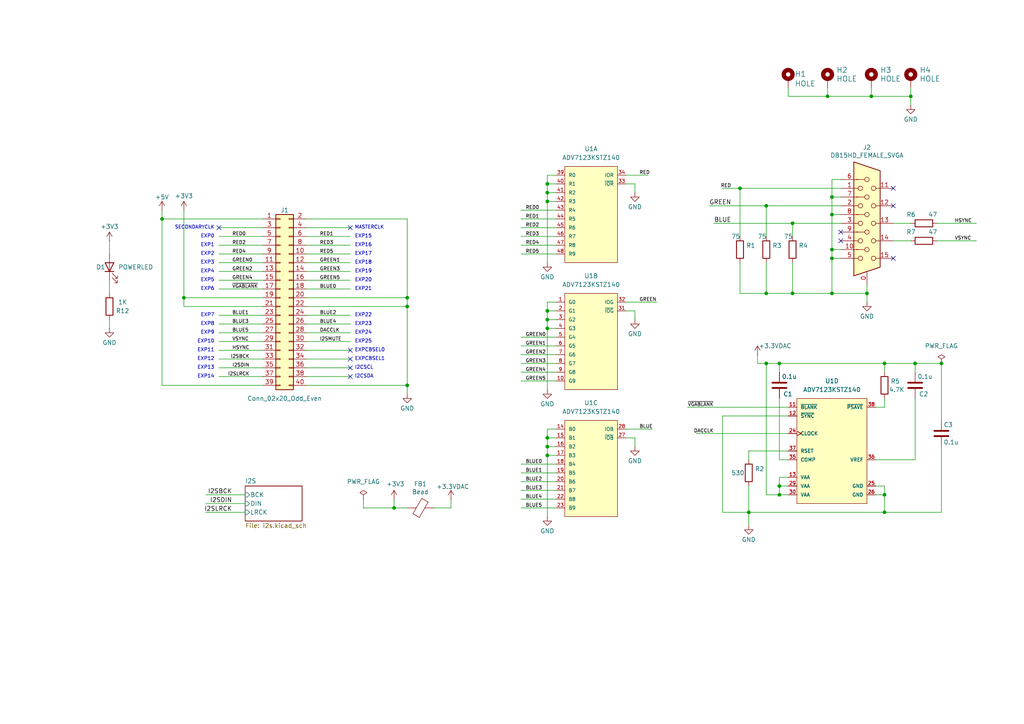
<source format=kicad_sch>
(kicad_sch (version 20250114) (generator "eeschema") (generator_version "9.0")
  (paper "A4")
  (lib_symbols
    (symbol "Aslak:ADV7123KSTZ140" (pin_names (offset 1.016))
      (property "Reference" "U" (at 0 5.08 0))
      (property "Value" "ADV7123KSTZ140" (at 0 7.62 0))
      (symbol "ADV7123KSTZ140_1_1"
        (rectangle (start 5.08 2.54) (end 20.32 -25.4) (fill (type background)))
        (pin input line (at 2.54 0 0) (length 2.54) (name "R0") (number "39"))
        (pin input line (at 2.54 -2.54 0) (length 2.54) (name "R1") (number "40"))
        (pin input line (at 2.54 -5.08 0) (length 2.54) (name "R2") (number "41"))
        (pin input line (at 2.54 -7.62 0) (length 2.54) (name "R3") (number "42"))
        (pin input line (at 2.54 -10.16 0) (length 2.54) (name "R4") (number "43"))
        (pin input line (at 2.54 -12.7 0) (length 2.54) (name "R5") (number "44"))
        (pin input line (at 2.54 -15.24 0) (length 2.54) (name "R6") (number "45"))
        (pin input line (at 2.54 -17.78 0) (length 2.54) (name "R7") (number "46"))
        (pin input line (at 2.54 -20.32 0) (length 2.54) (name "R8") (number "47"))
        (pin input line (at 2.54 -22.86 0) (length 2.54) (name "R9") (number "48"))
        (pin output line (at 22.86 0 180) (length 2.54) (name "IOR") (number "34"))
        (pin output line (at 22.86 -2.54 180) (length 2.54) (name "~{IOR}") (number "33"))
      )
      (symbol "ADV7123KSTZ140_2_1"
        (rectangle (start 5.08 2.54) (end 20.32 -25.4) (fill (type background)))
        (pin input line (at 2.54 0 0) (length 2.54) (name "G0") (number "1"))
        (pin input line (at 2.54 -2.54 0) (length 2.54) (name "G1") (number "2"))
        (pin input line (at 2.54 -5.08 0) (length 2.54) (name "G2") (number "3"))
        (pin input line (at 2.54 -7.62 0) (length 2.54) (name "G3") (number "4"))
        (pin input line (at 2.54 -10.16 0) (length 2.54) (name "G4") (number "5"))
        (pin input line (at 2.54 -12.7 0) (length 2.54) (name "G5") (number "6"))
        (pin input line (at 2.54 -15.24 0) (length 2.54) (name "G6") (number "7"))
        (pin input line (at 2.54 -17.78 0) (length 2.54) (name "G7") (number "8"))
        (pin input line (at 2.54 -20.32 0) (length 2.54) (name "G8") (number "9"))
        (pin input line (at 2.54 -22.86 0) (length 2.54) (name "G9") (number "10"))
        (pin output line (at 22.86 0 180) (length 2.54) (name "IOG") (number "32"))
        (pin output line (at 22.86 -2.54 180) (length 2.54) (name "~{IOG}") (number "31"))
      )
      (symbol "ADV7123KSTZ140_3_1"
        (rectangle (start 5.08 2.54) (end 20.32 -25.4) (fill (type background)))
        (pin input line (at 2.54 0 0) (length 2.54) (name "B0") (number "14"))
        (pin input line (at 2.54 -2.54 0) (length 2.54) (name "B1") (number "15"))
        (pin input line (at 2.54 -5.08 0) (length 2.54) (name "B2") (number "16"))
        (pin input line (at 2.54 -7.62 0) (length 2.54) (name "B3") (number "17"))
        (pin input line (at 2.54 -10.16 0) (length 2.54) (name "B4") (number "18"))
        (pin input line (at 2.54 -12.7 0) (length 2.54) (name "B5") (number "19"))
        (pin input line (at 2.54 -15.24 0) (length 2.54) (name "B6") (number "20"))
        (pin input line (at 2.54 -17.78 0) (length 2.54) (name "B7") (number "21"))
        (pin input line (at 2.54 -20.32 0) (length 2.54) (name "B8") (number "22"))
        (pin input line (at 2.54 -22.86 0) (length 2.54) (name "B9") (number "23"))
        (pin output line (at 22.86 0 180) (length 2.54) (name "IOB") (number "28"))
        (pin output line (at 22.86 -2.54 180) (length 2.54) (name "~{IOB}") (number "27"))
      )
      (symbol "ADV7123KSTZ140_4_1"
        (rectangle (start 5.08 2.54) (end 25.4 -27.94) (fill (type background)))
        (pin input line (at 2.54 0 0) (length 2.54) (name "~{BLANK}") (number "11"))
        (pin input line (at 2.54 -2.54 0) (length 2.54) (name "~{SYNC}") (number "12"))
        (pin input clock (at 2.54 -7.62 0) (length 2.54) (name "CLOCK") (number "24"))
        (pin input line (at 2.54 -12.7 0) (length 2.54) (name "RSET") (number "37"))
        (pin passive line (at 2.54 -15.24 0) (length 2.54) (name "COMP") (number "35"))
        (pin power_in line (at 2.54 -20.32 0) (length 2.54) (name "VAA") (number "13"))
        (pin power_in line (at 2.54 -22.86 0) (length 2.54) (name "VAA") (number "29"))
        (pin power_in line (at 2.54 -25.4 0) (length 2.54) (name "VAA") (number "30"))
        (pin input line (at 27.94 0 180) (length 2.54) (name "~{PSAVE}") (number "38"))
        (pin bidirectional line (at 27.94 -15.24 180) (length 2.54) (name "VREF") (number "36"))
        (pin power_in line (at 27.94 -22.86 180) (length 2.54) (name "GND") (number "25"))
        (pin power_in line (at 27.94 -25.4 180) (length 2.54) (name "GND") (number "26"))
      )
    )
    (symbol "Connector:DE15_Receptacle_HighDensity_MountingHoles" (pin_names (offset 1.016) (hide yes))
      (property "Reference" "J" (at 0 21.59 0))
      (property "Value" "DE15_Receptacle_HighDensity_MountingHoles" (at 0 19.05 0))
      (symbol "DE15_Receptacle_HighDensity_MountingHoles_0_1"
        (polyline (pts (xy -3.81 17.78) (xy -3.81 -15.24) (xy 3.81 -12.7) (xy 3.81 15.24) (xy -3.81 17.78)) (stroke (width 0.254)) (fill (type background)))
        (polyline (pts (xy -3.175 7.62) (xy -0.635 7.62)))
        (circle (center -1.905 10.16) (radius 0.635))
        (circle (center -1.905 5.08) (radius 0.635))
        (circle (center -1.905 0) (radius 0.635))
        (circle (center -1.905 -5.08) (radius 0.635))
        (circle (center -1.905 -10.16) (radius 0.635))
        (polyline (pts (xy -0.635 12.7) (xy -3.175 12.7)))
        (polyline (pts (xy -0.635 2.54) (xy -3.175 2.54)))
        (polyline (pts (xy -0.635 -2.54) (xy -3.175 -2.54)))
        (polyline (pts (xy -0.635 -7.62) (xy -3.175 -7.62)))
        (circle (center 0 12.7) (radius 0.635))
        (circle (center 0 7.62) (radius 0.635))
        (circle (center 0 2.54) (radius 0.635))
        (circle (center 0 -2.54) (radius 0.635))
        (circle (center 0 -7.62) (radius 0.635))
        (circle (center 1.905 10.16) (radius 0.635))
        (circle (center 1.905 5.08) (radius 0.635))
        (circle (center 1.905 0) (radius 0.635))
        (circle (center 1.905 -5.08) (radius 0.635))
        (circle (center 1.905 -10.16) (radius 0.635))
      )
      (symbol "DE15_Receptacle_HighDensity_MountingHoles_1_1"
        (pin passive line (at -7.62 12.7 0) (length 5.08) (name "~") (number "6"))
        (pin passive line (at -7.62 10.16 0) (length 5.08) (name "~") (number "1"))
        (pin passive line (at -7.62 7.62 0) (length 5.08) (name "~") (number "7"))
        (pin passive line (at -7.62 5.08 0) (length 5.08) (name "~") (number "2"))
        (pin passive line (at -7.62 2.54 0) (length 5.08) (name "~") (number "8"))
        (pin passive line (at -7.62 0 0) (length 5.08) (name "~") (number "3"))
        (pin passive line (at -7.62 -2.54 0) (length 5.08) (name "~") (number "9"))
        (pin passive line (at -7.62 -5.08 0) (length 5.08) (name "~") (number "4"))
        (pin passive line (at -7.62 -7.62 0) (length 5.08) (name "~") (number "10"))
        (pin passive line (at -7.62 -10.16 0) (length 5.08) (name "~") (number "5"))
        (pin passive line (at 0 -17.78 90) (length 3.81) (name "~") (number "0"))
        (pin passive line (at 7.62 10.16 180) (length 5.08) (name "~") (number "11"))
        (pin passive line (at 7.62 5.08 180) (length 5.08) (name "~") (number "12"))
        (pin passive line (at 7.62 0 180) (length 5.08) (name "~") (number "13"))
        (pin passive line (at 7.62 -5.08 180) (length 5.08) (name "~") (number "14"))
        (pin passive line (at 7.62 -10.16 180) (length 5.08) (name "~") (number "15"))
      )
    )
    (symbol "Connector_Generic:Conn_02x20_Odd_Even" (pin_names (offset 1.016) (hide yes))
      (property "Reference" "J" (at 1.27 25.4 0))
      (property "Value" "Conn_02x20_Odd_Even" (at 1.27 -27.94 0))
      (symbol "Conn_02x20_Odd_Even_1_1"
        (rectangle (start -1.27 24.13) (end 3.81 -26.67) (stroke (width 0.254)) (fill (type background)))
        (rectangle (start -1.27 22.987) (end 0 22.733) (stroke (width 0.1524)))
        (rectangle (start -1.27 20.447) (end 0 20.193) (stroke (width 0.1524)))
        (rectangle (start -1.27 17.907) (end 0 17.653) (stroke (width 0.1524)))
        (rectangle (start -1.27 15.367) (end 0 15.113) (stroke (width 0.1524)))
        (rectangle (start -1.27 12.827) (end 0 12.573) (stroke (width 0.1524)))
        (rectangle (start -1.27 10.287) (end 0 10.033) (stroke (width 0.1524)))
        (rectangle (start -1.27 7.747) (end 0 7.493) (stroke (width 0.1524)))
        (rectangle (start -1.27 5.207) (end 0 4.953) (stroke (width 0.1524)))
        (rectangle (start -1.27 2.667) (end 0 2.413) (stroke (width 0.1524)))
        (rectangle (start -1.27 0.127) (end 0 -0.127) (stroke (width 0.1524)))
        (rectangle (start -1.27 -2.413) (end 0 -2.667) (stroke (width 0.1524)))
        (rectangle (start -1.27 -4.953) (end 0 -5.207) (stroke (width 0.1524)))
        (rectangle (start -1.27 -7.493) (end 0 -7.747) (stroke (width 0.1524)))
        (rectangle (start -1.27 -10.033) (end 0 -10.287) (stroke (width 0.1524)))
        (rectangle (start -1.27 -12.573) (end 0 -12.827) (stroke (width 0.1524)))
        (rectangle (start -1.27 -15.113) (end 0 -15.367) (stroke (width 0.1524)))
        (rectangle (start -1.27 -17.653) (end 0 -17.907) (stroke (width 0.1524)))
        (rectangle (start -1.27 -20.193) (end 0 -20.447) (stroke (width 0.1524)))
        (rectangle (start -1.27 -22.733) (end 0 -22.987) (stroke (width 0.1524)))
        (rectangle (start -1.27 -25.273) (end 0 -25.527) (stroke (width 0.1524)))
        (rectangle (start 3.81 22.987) (end 2.54 22.733) (stroke (width 0.1524)))
        (rectangle (start 3.81 20.447) (end 2.54 20.193) (stroke (width 0.1524)))
        (rectangle (start 3.81 17.907) (end 2.54 17.653) (stroke (width 0.1524)))
        (rectangle (start 3.81 15.367) (end 2.54 15.113) (stroke (width 0.1524)))
        (rectangle (start 3.81 12.827) (end 2.54 12.573) (stroke (width 0.1524)))
        (rectangle (start 3.81 10.287) (end 2.54 10.033) (stroke (width 0.1524)))
        (rectangle (start 3.81 7.747) (end 2.54 7.493) (stroke (width 0.1524)))
        (rectangle (start 3.81 5.207) (end 2.54 4.953) (stroke (width 0.1524)))
        (rectangle (start 3.81 2.667) (end 2.54 2.413) (stroke (width 0.1524)))
        (rectangle (start 3.81 0.127) (end 2.54 -0.127) (stroke (width 0.1524)))
        (rectangle (start 3.81 -2.413) (end 2.54 -2.667) (stroke (width 0.1524)))
        (rectangle (start 3.81 -4.953) (end 2.54 -5.207) (stroke (width 0.1524)))
        (rectangle (start 3.81 -7.493) (end 2.54 -7.747) (stroke (width 0.1524)))
        (rectangle (start 3.81 -10.033) (end 2.54 -10.287) (stroke (width 0.1524)))
        (rectangle (start 3.81 -12.573) (end 2.54 -12.827) (stroke (width 0.1524)))
        (rectangle (start 3.81 -15.113) (end 2.54 -15.367) (stroke (width 0.1524)))
        (rectangle (start 3.81 -17.653) (end 2.54 -17.907) (stroke (width 0.1524)))
        (rectangle (start 3.81 -20.193) (end 2.54 -20.447) (stroke (width 0.1524)))
        (rectangle (start 3.81 -22.733) (end 2.54 -22.987) (stroke (width 0.1524)))
        (rectangle (start 3.81 -25.273) (end 2.54 -25.527) (stroke (width 0.1524)))
        (pin passive line (at -5.08 22.86 0) (length 3.81) (name "Pin_1") (number "1"))
        (pin passive line (at -5.08 20.32 0) (length 3.81) (name "Pin_3") (number "3"))
        (pin passive line (at -5.08 17.78 0) (length 3.81) (name "Pin_5") (number "5"))
        (pin passive line (at -5.08 15.24 0) (length 3.81) (name "Pin_7") (number "7"))
        (pin passive line (at -5.08 12.7 0) (length 3.81) (name "Pin_9") (number "9"))
        (pin passive line (at -5.08 10.16 0) (length 3.81) (name "Pin_11") (number "11"))
        (pin passive line (at -5.08 7.62 0) (length 3.81) (name "Pin_13") (number "13"))
        (pin passive line (at -5.08 5.08 0) (length 3.81) (name "Pin_15") (number "15"))
        (pin passive line (at -5.08 2.54 0) (length 3.81) (name "Pin_17") (number "17"))
        (pin passive line (at -5.08 0 0) (length 3.81) (name "Pin_19") (number "19"))
        (pin passive line (at -5.08 -2.54 0) (length 3.81) (name "Pin_21") (number "21"))
        (pin passive line (at -5.08 -5.08 0) (length 3.81) (name "Pin_23") (number "23"))
        (pin passive line (at -5.08 -7.62 0) (length 3.81) (name "Pin_25") (number "25"))
        (pin passive line (at -5.08 -10.16 0) (length 3.81) (name "Pin_27") (number "27"))
        (pin passive line (at -5.08 -12.7 0) (length 3.81) (name "Pin_29") (number "29"))
        (pin passive line (at -5.08 -15.24 0) (length 3.81) (name "Pin_31") (number "31"))
        (pin passive line (at -5.08 -17.78 0) (length 3.81) (name "Pin_33") (number "33"))
        (pin passive line (at -5.08 -20.32 0) (length 3.81) (name "Pin_35") (number "35"))
        (pin passive line (at -5.08 -22.86 0) (length 3.81) (name "Pin_37") (number "37"))
        (pin passive line (at -5.08 -25.4 0) (length 3.81) (name "Pin_39") (number "39"))
        (pin passive line (at 7.62 22.86 180) (length 3.81) (name "Pin_2") (number "2"))
        (pin passive line (at 7.62 20.32 180) (length 3.81) (name "Pin_4") (number "4"))
        (pin passive line (at 7.62 17.78 180) (length 3.81) (name "Pin_6") (number "6"))
        (pin passive line (at 7.62 15.24 180) (length 3.81) (name "Pin_8") (number "8"))
        (pin passive line (at 7.62 12.7 180) (length 3.81) (name "Pin_10") (number "10"))
        (pin passive line (at 7.62 10.16 180) (length 3.81) (name "Pin_12") (number "12"))
        (pin passive line (at 7.62 7.62 180) (length 3.81) (name "Pin_14") (number "14"))
        (pin passive line (at 7.62 5.08 180) (length 3.81) (name "Pin_16") (number "16"))
        (pin passive line (at 7.62 2.54 180) (length 3.81) (name "Pin_18") (number "18"))
        (pin passive line (at 7.62 0 180) (length 3.81) (name "Pin_20") (number "20"))
        (pin passive line (at 7.62 -2.54 180) (length 3.81) (name "Pin_22") (number "22"))
        (pin passive line (at 7.62 -5.08 180) (length 3.81) (name "Pin_24") (number "24"))
        (pin passive line (at 7.62 -7.62 180) (length 3.81) (name "Pin_26") (number "26"))
        (pin passive line (at 7.62 -10.16 180) (length 3.81) (name "Pin_28") (number "28"))
        (pin passive line (at 7.62 -12.7 180) (length 3.81) (name "Pin_30") (number "30"))
        (pin passive line (at 7.62 -15.24 180) (length 3.81) (name "Pin_32") (number "32"))
        (pin passive line (at 7.62 -17.78 180) (length 3.81) (name "Pin_34") (number "34"))
        (pin passive line (at 7.62 -20.32 180) (length 3.81) (name "Pin_36") (number "36"))
        (pin passive line (at 7.62 -22.86 180) (length 3.81) (name "Pin_38") (number "38"))
        (pin passive line (at 7.62 -25.4 180) (length 3.81) (name "Pin_40") (number "40"))
      )
    )
    (symbol "Device:C" (pin_numbers (hide yes)) (pin_names (offset 0.254))
      (property "Reference" "C" (at 0.635 2.54 0))
      (property "Value" "C" (at 0.635 -2.54 0))
      (symbol "C_0_1"
        (polyline (pts (xy -2.032 0.762) (xy 2.032 0.762)) (stroke (width 0.508)))
        (polyline (pts (xy -2.032 -0.762) (xy 2.032 -0.762)) (stroke (width 0.508)))
      )
      (symbol "C_1_1"
        (pin passive line (at 0 3.81 270) (length 2.794) (name "~") (number "1"))
        (pin passive line (at 0 -3.81 90) (length 2.794) (name "~") (number "2"))
      )
    )
    (symbol "Device:FerriteBead" (pin_numbers (hide yes)) (pin_names (offset 0))
      (property "Reference" "FB" (at -3.81 0.635 90))
      (property "Value" "FerriteBead" (at 3.81 0 90))
      (symbol "FerriteBead_0_1"
        (polyline (pts (xy -2.7686 0.4064) (xy -1.7018 2.2606) (xy 2.7686 -0.3048) (xy 1.6764 -2.159) (xy -2.7686 0.4064)))
        (polyline (pts (xy 0 1.27) (xy 0 1.2954)))
        (polyline (pts (xy 0 -1.27) (xy 0 -1.2192)))
      )
      (symbol "FerriteBead_1_1"
        (pin passive line (at 0 3.81 270) (length 2.54) (name "~") (number "1"))
        (pin passive line (at 0 -3.81 90) (length 2.54) (name "~") (number "2"))
      )
    )
    (symbol "Device:LED" (pin_numbers (hide yes)) (pin_names (offset 1.016) (hide yes))
      (property "Reference" "D" (at 0 2.54 0))
      (property "Value" "LED" (at 0 -2.54 0))
      (symbol "LED_0_1"
        (polyline (pts (xy -3.048 -0.762) (xy -4.572 -2.286) (xy -3.81 -2.286) (xy -4.572 -2.286) (xy -4.572 -1.524)))
        (polyline (pts (xy -1.778 -0.762) (xy -3.302 -2.286) (xy -2.54 -2.286) (xy -3.302 -2.286) (xy -3.302 -1.524)))
        (polyline (pts (xy -1.27 0) (xy 1.27 0)))
        (polyline (pts (xy -1.27 -1.27) (xy -1.27 1.27)) (stroke (width 0.254)))
        (polyline (pts (xy 1.27 -1.27) (xy 1.27 1.27) (xy -1.27 0) (xy 1.27 -1.27)) (stroke (width 0.254)))
      )
      (symbol "LED_1_1"
        (pin passive line (at -3.81 0 0) (length 2.54) (name "K") (number "1"))
        (pin passive line (at 3.81 0 180) (length 2.54) (name "A") (number "2"))
      )
    )
    (symbol "Device:R" (pin_numbers (hide yes)) (pin_names (offset 0))
      (property "Reference" "R" (at 2.032 0 90))
      (property "Value" "R" (at 0 0 90))
      (symbol "R_0_1"
        (rectangle (start -1.016 -2.54) (end 1.016 2.54) (stroke (width 0.254)))
      )
      (symbol "R_1_1"
        (pin passive line (at 0 3.81 270) (length 1.27) (name "~") (number "1"))
        (pin passive line (at 0 -3.81 90) (length 1.27) (name "~") (number "2"))
      )
    )
    (symbol "Mechanical:MountingHole_Pad" (pin_numbers (hide yes)) (pin_names (offset 1.016) (hide yes)) (exclude_from_sim yes) (in_bom no)
      (property "Reference" "H" (at 0 6.35 0))
      (property "Value" "MountingHole_Pad" (at 0 4.445 0))
      (symbol "MountingHole_Pad_0_1"
        (circle (center 0 1.27) (radius 1.27) (stroke (width 1.27)))
      )
      (symbol "MountingHole_Pad_1_1"
        (pin input line (at 0 -2.54 90) (length 2.54) (name "1") (number "1"))
      )
    )
    (symbol "power:+3.3VDAC" (power) (pin_numbers (hide yes)) (pin_names (offset 0) (hide yes))
      (property "Value" "+3.3VDAC" (at 0 3.556 0))
      (symbol "+3.3VDAC_0_0"
        (pin power_in line (at 0 0 90) (length 0) (name "~") (number "1"))
      )
      (symbol "+3.3VDAC_0_1"
        (polyline (pts (xy -0.762 1.27) (xy 0 2.54)))
        (polyline (pts (xy 0 2.54) (xy 0.762 1.27)))
        (polyline (pts (xy 0 0) (xy 0 2.54)))
      )
    )
    (symbol "power:+3V3" (power) (pin_numbers (hide yes)) (pin_names (offset 0) (hide yes))
      (property "Value" "+3V3" (at 0 3.556 0))
      (symbol "+3V3_0_1"
        (polyline (pts (xy -0.762 1.27) (xy 0 2.54)))
        (polyline (pts (xy 0 2.54) (xy 0.762 1.27)))
        (polyline (pts (xy 0 0) (xy 0 2.54)))
      )
      (symbol "+3V3_1_1"
        (pin power_in line (at 0 0 90) (length 0) (name "~") (number "1"))
      )
    )
    (symbol "power:+5V" (power) (pin_numbers (hide yes)) (pin_names (offset 0) (hide yes))
      (property "Value" "+5V" (at 0 3.556 0))
      (symbol "+5V_0_1"
        (polyline (pts (xy -0.762 1.27) (xy 0 2.54)))
        (polyline (pts (xy 0 2.54) (xy 0.762 1.27)))
        (polyline (pts (xy 0 0) (xy 0 2.54)))
      )
      (symbol "+5V_1_1"
        (pin power_in line (at 0 0 90) (length 0) (name "~") (number "1"))
      )
    )
    (symbol "power:GND" (power) (pin_numbers (hide yes)) (pin_names (offset 0) (hide yes))
      (property "Value" "GND" (at 0 -3.81 0))
      (symbol "GND_0_1"
        (polyline (pts (xy 0 0) (xy 0 -1.27) (xy 1.27 -1.27) (xy 0 -2.54) (xy -1.27 -1.27) (xy 0 -1.27)))
      )
      (symbol "GND_1_1"
        (pin power_in line (at 0 0 270) (length 0) (name "~") (number "1"))
      )
    )
    (symbol "power:PWR_FLAG" (power) (pin_numbers (hide yes)) (pin_names (offset 0) (hide yes))
      (property "Value" "PWR_FLAG" (at 0 3.81 0))
      (symbol "PWR_FLAG_0_0"
        (pin power_out line (at 0 0 90) (length 0) (name "~") (number "1"))
      )
      (symbol "PWR_FLAG_0_1"
        (polyline (pts (xy 0 0) (xy 0 1.27) (xy -1.016 1.905) (xy 0 2.54) (xy 1.016 1.905) (xy 0 1.27)))
      )
    )
  )
  (text "EXP13" (at 62.23 106.68 0) (effects (font (size 1.016 1.016)) (justify right)))
  (text "EXP8" (at 62.23 93.98 0) (effects (font (size 1.016 1.016)) (justify right)))
  (text "EXP24" (at 102.87 96.52 0) (effects (font (size 1.016 1.016)) (justify left)))
  (text "EXP16" (at 102.87 71.12 0) (effects (font (size 1.016 1.016)) (justify left)))
  (text "EXP4" (at 62.23 78.74 0) (effects (font (size 1.016 1.016)) (justify right)))
  (text "EXP3" (at 62.23 76.2 0) (effects (font (size 1.016 1.016)) (justify right)))
  (text "EXP14" (at 62.23 109.22 0) (effects (font (size 1.016 1.016)) (justify right)))
  (text "EXP20" (at 102.87 81.28 0) (effects (font (size 1.016 1.016)) (justify left)))
  (text "EXP23" (at 102.87 93.98 0) (effects (font (size 1.016 1.016)) (justify left)))
  (text "EXP22" (at 102.87 91.44 0) (effects (font (size 1.016 1.016)) (justify left)))
  (text "EXP5" (at 62.23 81.28 0) (effects (font (size 1.016 1.016)) (justify right)))
  (text "EXP1" (at 62.23 71.12 0) (effects (font (size 1.016 1.016)) (justify right)))
  (text "I2CSDA" (at 102.87 109.22 0) (effects (font (size 1.016 1.016)) (justify left)))
  (text "EXP6" (at 62.23 83.82 0) (effects (font (size 1.016 1.016)) (justify right)))
  (text "EXP2" (at 62.23 73.66 0) (effects (font (size 1.016 1.016)) (justify right)))
  (text "EXP0" (at 62.23 68.58 0) (effects (font (size 1.016 1.016)) (justify right)))
  (text "SECONDARYCLK" (at 62.23 66.04 0) (effects (font (size 0.9906 0.9906)) (justify right)))
  (text "EXP25" (at 102.87 99.06 0) (effects (font (size 1.016 1.016)) (justify left)))
  (text "MASTERCLK" (at 102.87 66.04 0) (effects (font (size 0.9906 0.9906)) (justify left)))
  (text "EXP11" (at 62.23 101.6 0) (effects (font (size 1.016 1.016)) (justify right)))
  (text "EXP9" (at 62.23 96.52 0) (effects (font (size 1.016 1.016)) (justify right)))
  (text "EXP10" (at 62.23 99.06 0) (effects (font (size 1.016 1.016)) (justify right)))
  (text "EXPCBSEL0" (at 102.87 101.6 0) (effects (font (size 1.016 1.016)) (justify left)))
  (text "EXP15" (at 102.87 68.58 0) (effects (font (size 1.016 1.016)) (justify left)))
  (text "EXP17" (at 102.87 73.66 0) (effects (font (size 1.016 1.016)) (justify left)))
  (text "EXP19" (at 102.87 78.74 0) (effects (font (size 1.016 1.016)) (justify left)))
  (text "EXPCBSEL1" (at 102.87 104.14 0) (effects (font (size 1.016 1.016)) (justify left)))
  (text "EXP7" (at 62.23 91.44 0) (effects (font (size 1.016 1.016)) (justify right)))
  (text "I2CSCL" (at 102.87 106.68 0) (effects (font (size 1.016 1.016)) (justify left)))
  (text "EXP12" (at 62.23 104.14 0) (effects (font (size 1.016 1.016)) (justify right)))
  (text "EXP18" (at 102.87 76.2 0) (effects (font (size 1.016 1.016)) (justify left)))
  (text "EXP21" (at 102.87 83.82 0) (effects (font (size 1.016 1.016)) (justify left)))
  (junction (at 229.87 85.09))
  (junction (at 226.06 105.41))
  (junction (at 158.75 90.17))
  (junction (at 241.3 62.23))
  (junction (at 252.73 27.94))
  (junction (at 114.3 147.32))
  (junction (at 158.75 95.25))
  (junction (at 158.75 132.08))
  (junction (at 222.25 105.41))
  (junction (at 46.99 63.5))
  (junction (at 158.75 127))
  (junction (at 222.25 59.69))
  (junction (at 118.11 86.36))
  (junction (at 265.43 105.41))
  (junction (at 214.63 54.61))
  (junction (at 226.06 143.51))
  (junction (at 256.54 148.59))
  (junction (at 158.75 129.54))
  (junction (at 241.3 74.93))
  (junction (at 222.25 85.09))
  (junction (at 217.17 148.59))
  (junction (at 241.3 57.15))
  (junction (at 229.87 64.77))
  (junction (at 256.54 105.41))
  (junction (at 251.46 85.09))
  (junction (at 158.75 53.34))
  (junction (at 241.3 85.09))
  (junction (at 53.34 86.36))
  (junction (at 158.75 58.42))
  (junction (at 226.06 140.97))
  (junction (at 158.75 92.71))
  (junction (at 273.05 105.41))
  (junction (at 240.03 27.94))
  (junction (at 241.3 72.39))
  (junction (at 118.11 111.76))
  (junction (at 118.11 88.9))
  (junction (at 158.75 55.88))
  (junction (at 256.54 143.51))
  (junction (at 264.16 27.94))
  (no_connect (at 101.6 66.04))
  (no_connect (at 259.08 54.61))
  (no_connect (at 259.08 74.93))
  (no_connect (at 101.6 104.14))
  (no_connect (at 101.6 101.6))
  (no_connect (at 243.84 69.85))
  (no_connect (at 101.6 106.68))
  (no_connect (at 259.08 59.69))
  (no_connect (at 101.6 109.22))
  (no_connect (at 63.5 66.04))
  (no_connect (at 243.84 67.31))
  (wire (pts (xy 76.2 111.76) (xy 46.99 111.76)))
  (wire (pts (xy 118.11 114.3) (xy 118.11 111.76)))
  (wire (pts (xy 88.9 78.74) (xy 101.6 78.74)))
  (wire (pts (xy 88.9 99.06) (xy 101.6 99.06)))
  (wire (pts (xy 161.29 124.46) (xy 158.75 124.46)))
  (wire (pts (xy 264.16 25.4) (xy 264.16 27.94)))
  (wire (pts (xy 63.5 101.6) (xy 76.2 101.6)))
  (wire (pts (xy 256.54 143.51) (xy 256.54 140.97)))
  (wire (pts (xy 161.29 110.49) (xy 151.13 110.49)))
  (wire (pts (xy 63.5 71.12) (xy 76.2 71.12)))
  (wire (pts (xy 161.29 144.78) (xy 151.13 144.78)))
  (wire (pts (xy 63.5 96.52) (xy 76.2 96.52)))
  (wire (pts (xy 252.73 25.4) (xy 252.73 27.94)))
  (wire (pts (xy 259.08 64.77) (xy 264.16 64.77)))
  (wire (pts (xy 209.55 148.59) (xy 209.55 120.65)))
  (wire (pts (xy 161.29 105.41) (xy 151.13 105.41)))
  (wire (pts (xy 214.63 54.61) (xy 214.63 68.58)))
  (wire (pts (xy 226.06 138.43) (xy 226.06 140.97)))
  (wire (pts (xy 158.75 90.17) (xy 158.75 92.71)))
  (wire (pts (xy 118.11 86.36) (xy 118.11 63.5)))
  (wire (pts (xy 229.87 64.77) (xy 243.84 64.77)))
  (wire (pts (xy 226.06 140.97) (xy 226.06 143.51)))
  (wire (pts (xy 114.3 147.32) (xy 114.3 144.78)))
  (wire (pts (xy 243.84 57.15) (xy 241.3 57.15)))
  (wire (pts (xy 158.75 129.54) (xy 161.29 129.54)))
  (wire (pts (xy 53.34 60.96) (xy 53.34 86.36)))
  (wire (pts (xy 226.06 105.41) (xy 222.25 105.41)))
  (wire (pts (xy 254 143.51) (xy 256.54 143.51)))
  (wire (pts (xy 217.17 140.97) (xy 217.17 148.59)))
  (wire (pts (xy 222.25 76.2) (xy 222.25 85.09)))
  (wire (pts (xy 63.5 109.22) (xy 76.2 109.22)))
  (wire (pts (xy 256.54 105.41) (xy 265.43 105.41)))
  (wire (pts (xy 265.43 105.41) (xy 265.43 107.95)))
  (wire (pts (xy 259.08 69.85) (xy 264.16 69.85)))
  (wire (pts (xy 241.3 72.39) (xy 241.3 62.23)))
  (wire (pts (xy 158.75 53.34) (xy 158.75 55.88)))
  (wire (pts (xy 243.84 62.23) (xy 241.3 62.23)))
  (wire (pts (xy 158.75 50.8) (xy 158.75 53.34)))
  (wire (pts (xy 161.29 147.32) (xy 151.13 147.32)))
  (wire (pts (xy 59.69 148.59) (xy 71.12 148.59)))
  (wire (pts (xy 161.29 53.34) (xy 158.75 53.34)))
  (wire (pts (xy 161.29 66.04) (xy 151.13 66.04)))
  (wire (pts (xy 222.25 105.41) (xy 219.71 105.41)))
  (wire (pts (xy 31.75 81.28) (xy 31.75 85.09)))
  (wire (pts (xy 158.75 95.25) (xy 161.29 95.25)))
  (wire (pts (xy 217.17 148.59) (xy 256.54 148.59)))
  (wire (pts (xy 46.99 60.96) (xy 46.99 63.5)))
  (wire (pts (xy 226.06 143.51) (xy 222.25 143.51)))
  (wire (pts (xy 53.34 86.36) (xy 76.2 86.36)))
  (wire (pts (xy 63.5 76.2) (xy 76.2 76.2)))
  (wire (pts (xy 271.78 64.77) (xy 283.21 64.77)))
  (wire (pts (xy 88.9 88.9) (xy 118.11 88.9)))
  (wire (pts (xy 229.87 85.09) (xy 222.25 85.09)))
  (wire (pts (xy 158.75 132.08) (xy 161.29 132.08)))
  (wire (pts (xy 158.75 92.71) (xy 158.75 95.25)))
  (wire (pts (xy 181.61 127) (xy 184.15 127)))
  (wire (pts (xy 158.75 87.63) (xy 158.75 90.17)))
  (wire (pts (xy 63.5 73.66) (xy 76.2 73.66)))
  (wire (pts (xy 273.05 105.41) (xy 265.43 105.41)))
  (wire (pts (xy 158.75 92.71) (xy 161.29 92.71)))
  (wire (pts (xy 205.74 59.69) (xy 222.25 59.69)))
  (wire (pts (xy 88.9 96.52) (xy 101.6 96.52)))
  (wire (pts (xy 161.29 107.95) (xy 151.13 107.95)))
  (wire (pts (xy 161.29 134.62) (xy 151.13 134.62)))
  (wire (pts (xy 273.05 148.59) (xy 273.05 129.54)))
  (wire (pts (xy 63.5 68.58) (xy 76.2 68.58)))
  (wire (pts (xy 240.03 25.4) (xy 240.03 27.94)))
  (wire (pts (xy 158.75 55.88) (xy 161.29 55.88)))
  (wire (pts (xy 254 133.35) (xy 265.43 133.35)))
  (wire (pts (xy 88.9 73.66) (xy 101.6 73.66)))
  (wire (pts (xy 161.29 127) (xy 158.75 127)))
  (wire (pts (xy 229.87 68.58) (xy 229.87 64.77)))
  (wire (pts (xy 118.11 88.9) (xy 118.11 86.36)))
  (wire (pts (xy 88.9 109.22) (xy 101.6 109.22)))
  (wire (pts (xy 228.6 130.81) (xy 217.17 130.81)))
  (wire (pts (xy 158.75 132.08) (xy 158.75 149.86)))
  (wire (pts (xy 209.55 120.65) (xy 228.6 120.65)))
  (wire (pts (xy 161.29 102.87) (xy 151.13 102.87)))
  (wire (pts (xy 222.25 85.09) (xy 214.63 85.09)))
  (wire (pts (xy 161.29 73.66) (xy 151.13 73.66)))
  (wire (pts (xy 240.03 27.94) (xy 252.73 27.94)))
  (wire (pts (xy 217.17 148.59) (xy 217.17 152.4)))
  (wire (pts (xy 88.9 76.2) (xy 101.6 76.2)))
  (wire (pts (xy 161.29 97.79) (xy 151.13 97.79)))
  (wire (pts (xy 161.29 60.96) (xy 151.13 60.96)))
  (wire (pts (xy 219.71 102.87) (xy 219.71 105.41)))
  (wire (pts (xy 184.15 53.34) (xy 184.15 55.88)))
  (wire (pts (xy 125.73 147.32) (xy 130.81 147.32)))
  (wire (pts (xy 161.29 142.24) (xy 151.13 142.24)))
  (wire (pts (xy 241.3 85.09) (xy 241.3 74.93)))
  (wire (pts (xy 158.75 90.17) (xy 161.29 90.17)))
  (wire (pts (xy 229.87 76.2) (xy 229.87 85.09)))
  (wire (pts (xy 158.75 124.46) (xy 158.75 127)))
  (wire (pts (xy 88.9 106.68) (xy 101.6 106.68)))
  (wire (pts (xy 88.9 93.98) (xy 101.6 93.98)))
  (wire (pts (xy 161.29 87.63) (xy 158.75 87.63)))
  (wire (pts (xy 226.06 107.95) (xy 226.06 105.41)))
  (wire (pts (xy 228.6 133.35) (xy 226.06 133.35)))
  (wire (pts (xy 228.6 25.4) (xy 228.6 27.94)))
  (wire (pts (xy 241.3 74.93) (xy 243.84 74.93)))
  (wire (pts (xy 226.06 140.97) (xy 228.6 140.97)))
  (wire (pts (xy 31.75 92.71) (xy 31.75 95.25)))
  (wire (pts (xy 88.9 83.82) (xy 101.6 83.82)))
  (wire (pts (xy 63.5 99.06) (xy 76.2 99.06)))
  (wire (pts (xy 158.75 55.88) (xy 158.75 58.42)))
  (wire (pts (xy 59.69 143.51) (xy 71.12 143.51)))
  (wire (pts (xy 88.9 71.12) (xy 101.6 71.12)))
  (wire (pts (xy 88.9 101.6) (xy 101.6 101.6)))
  (wire (pts (xy 63.5 93.98) (xy 76.2 93.98)))
  (wire (pts (xy 256.54 148.59) (xy 256.54 143.51)))
  (wire (pts (xy 228.6 27.94) (xy 240.03 27.94)))
  (wire (pts (xy 256.54 107.95) (xy 256.54 105.41)))
  (wire (pts (xy 105.41 144.78) (xy 105.41 147.32)))
  (wire (pts (xy 161.29 50.8) (xy 158.75 50.8)))
  (wire (pts (xy 158.75 129.54) (xy 158.75 132.08)))
  (wire (pts (xy 161.29 71.12) (xy 151.13 71.12)))
  (wire (pts (xy 252.73 27.94) (xy 264.16 27.94)))
  (wire (pts (xy 222.25 143.51) (xy 222.25 105.41)))
  (wire (pts (xy 214.63 54.61) (xy 243.84 54.61)))
  (wire (pts (xy 161.29 100.33) (xy 151.13 100.33)))
  (wire (pts (xy 273.05 121.92) (xy 273.05 105.41)))
  (wire (pts (xy 243.84 72.39) (xy 241.3 72.39)))
  (wire (pts (xy 88.9 68.58) (xy 101.6 68.58)))
  (wire (pts (xy 63.5 91.44) (xy 76.2 91.44)))
  (wire (pts (xy 209.55 54.61) (xy 214.63 54.61)))
  (wire (pts (xy 251.46 85.09) (xy 241.3 85.09)))
  (wire (pts (xy 88.9 86.36) (xy 118.11 86.36)))
  (wire (pts (xy 264.16 27.94) (xy 264.16 30.48)))
  (wire (pts (xy 46.99 63.5) (xy 76.2 63.5)))
  (wire (pts (xy 184.15 127) (xy 184.15 129.54)))
  (wire (pts (xy 241.3 57.15) (xy 241.3 52.07)))
  (wire (pts (xy 184.15 90.17) (xy 184.15 92.71)))
  (wire (pts (xy 214.63 85.09) (xy 214.63 76.2)))
  (wire (pts (xy 217.17 130.81) (xy 217.17 133.35)))
  (wire (pts (xy 161.29 68.58) (xy 151.13 68.58)))
  (wire (pts (xy 88.9 104.14) (xy 101.6 104.14)))
  (wire (pts (xy 222.25 68.58) (xy 222.25 59.69)))
  (wire (pts (xy 254 140.97) (xy 256.54 140.97)))
  (wire (pts (xy 241.3 85.09) (xy 229.87 85.09)))
  (wire (pts (xy 181.61 87.63) (xy 190.5 87.63)))
  (wire (pts (xy 226.06 143.51) (xy 228.6 143.51)))
  (wire (pts (xy 256.54 118.11) (xy 256.54 115.57)))
  (wire (pts (xy 217.17 148.59) (xy 209.55 148.59)))
  (wire (pts (xy 181.61 124.46) (xy 189.23 124.46)))
  (wire (pts (xy 118.11 111.76) (xy 118.11 88.9)))
  (wire (pts (xy 53.34 88.9) (xy 76.2 88.9)))
  (wire (pts (xy 226.06 105.41) (xy 256.54 105.41)))
  (wire (pts (xy 31.75 69.85) (xy 31.75 73.66)))
  (wire (pts (xy 118.11 147.32) (xy 114.3 147.32)))
  (wire (pts (xy 256.54 148.59) (xy 273.05 148.59)))
  (wire (pts (xy 161.29 139.7) (xy 151.13 139.7)))
  (wire (pts (xy 63.5 78.74) (xy 76.2 78.74)))
  (wire (pts (xy 265.43 133.35) (xy 265.43 115.57)))
  (wire (pts (xy 181.61 53.34) (xy 184.15 53.34)))
  (wire (pts (xy 63.5 104.14) (xy 76.2 104.14)))
  (wire (pts (xy 158.75 58.42) (xy 161.29 58.42)))
  (wire (pts (xy 158.75 58.42) (xy 158.75 76.2)))
  (wire (pts (xy 46.99 63.5) (xy 46.99 111.76)))
  (wire (pts (xy 88.9 91.44) (xy 101.6 91.44)))
  (wire (pts (xy 251.46 85.09) (xy 251.46 87.63)))
  (wire (pts (xy 88.9 81.28) (xy 101.6 81.28)))
  (wire (pts (xy 226.06 133.35) (xy 226.06 115.57)))
  (wire (pts (xy 63.5 81.28) (xy 76.2 81.28)))
  (wire (pts (xy 88.9 111.76) (xy 118.11 111.76)))
  (wire (pts (xy 207.01 64.77) (xy 229.87 64.77)))
  (wire (pts (xy 181.61 50.8) (xy 187.96 50.8)))
  (wire (pts (xy 201.93 125.73) (xy 228.6 125.73)))
  (wire (pts (xy 158.75 127) (xy 158.75 129.54)))
  (wire (pts (xy 241.3 74.93) (xy 241.3 72.39)))
  (wire (pts (xy 53.34 86.36) (xy 53.34 88.9)))
  (wire (pts (xy 181.61 90.17) (xy 184.15 90.17)))
  (wire (pts (xy 241.3 52.07) (xy 243.84 52.07)))
  (wire (pts (xy 251.46 82.55) (xy 251.46 85.09)))
  (wire (pts (xy 59.69 146.05) (xy 71.12 146.05)))
  (wire (pts (xy 88.9 63.5) (xy 118.11 63.5)))
  (wire (pts (xy 241.3 62.23) (xy 241.3 57.15)))
  (wire (pts (xy 63.5 66.04) (xy 76.2 66.04)))
  (wire (pts (xy 199.39 118.11) (xy 228.6 118.11)))
  (wire (pts (xy 105.41 147.32) (xy 114.3 147.32)))
  (wire (pts (xy 271.78 69.85) (xy 283.21 69.85)))
  (wire (pts (xy 161.29 137.16) (xy 151.13 137.16)))
  (wire (pts (xy 222.25 59.69) (xy 243.84 59.69)))
  (wire (pts (xy 161.29 63.5) (xy 151.13 63.5)))
  (wire (pts (xy 63.5 83.82) (xy 76.2 83.82)))
  (wire (pts (xy 254 118.11) (xy 256.54 118.11)))
  (wire (pts (xy 158.75 95.25) (xy 158.75 113.03)))
  (wire (pts (xy 88.9 66.04) (xy 101.6 66.04)))
  (wire (pts (xy 63.5 106.68) (xy 76.2 106.68)))
  (wire (pts (xy 228.6 138.43) (xy 226.06 138.43)))
  (wire (pts (xy 130.81 147.32) (xy 130.81 144.78)))
  (label "I2SMUTE" (at 92.71 99.06 0) (effects (font (size 0.9906 0.9906))))
  (label "I2SDIN" (at 72.39 106.68 180) (effects (font (size 0.9906 0.9906))))
  (label "RED0" (at 152.4 60.96 0) (effects (font (size 0.9906 0.9906))))
  (label "RED0" (at 67.31 68.58 0) (effects (font (size 0.9906 0.9906))))
  (label "RED3" (at 92.71 71.12 0) (effects (font (size 0.9906 0.9906))))
  (label "RED" (at 212.09 54.61 180) (effects (font (size 0.9906 0.9906))))
  (label "RED1" (at 152.4 63.5 0) (effects (font (size 0.9906 0.9906))))
  (label "GREEN3" (at 92.71 78.74 0) (effects (font (size 0.9906 0.9906))))
  (label "GREEN2" (at 152.4 102.87 0) (effects (font (size 0.9906 0.9906))))
  (label "I2SLRCK" (at 67.31 148.59 180))
  (label "GREEN0" (at 67.31 76.2 0) (effects (font (size 0.9906 0.9906))))
  (label "I2SLRCK" (at 72.39 109.22 180) (effects (font (size 0.9906 0.9906))))
  (label "BLUE3" (at 152.4 142.24 0) (effects (font (size 0.9906 0.9906))))
  (label "DACCLK" (at 92.71 96.52 0) (effects (font (size 0.9906 0.9906))))
  (label "BLUE0" (at 92.71 83.82 0) (effects (font (size 0.9906 0.9906))))
  (label "BLUE4" (at 92.71 93.98 0) (effects (font (size 0.9906 0.9906))))
  (label "BLUE2" (at 152.4 139.7 0) (effects (font (size 0.9906 0.9906))))
  (label "GREEN0" (at 152.4 97.79 0) (effects (font (size 0.9906 0.9906))))
  (label "RED" (at 185.42 50.8 0) (effects (font (size 0.9906 0.9906))))
  (label "~{VGABLANK}" (at 207.01 118.11 180) (effects (font (size 0.9906 0.9906))))
  (label "GREEN1" (at 92.71 76.2 0) (effects (font (size 0.9906 0.9906))))
  (label "I2SBCK" (at 67.31 143.51 180))
  (label "BLUE1" (at 152.4 137.16 0) (effects (font (size 0.9906 0.9906))))
  (label "GREEN5" (at 92.71 81.28 0) (effects (font (size 0.9906 0.9906))))
  (label "RED4" (at 67.31 73.66 0) (effects (font (size 0.9906 0.9906))))
  (label "RED5" (at 152.4 73.66 0) (effects (font (size 0.9906 0.9906))))
  (label "GREEN1" (at 152.4 100.33 0) (effects (font (size 0.9906 0.9906))))
  (label "BLUE5" (at 67.31 96.52 0) (effects (font (size 0.9906 0.9906))))
  (label "HSYNC" (at 276.86 64.77 0) (effects (font (size 0.9906 0.9906))))
  (label "RED1" (at 92.71 68.58 0) (effects (font (size 0.9906 0.9906))))
  (label "BLUE1" (at 67.31 91.44 0) (effects (font (size 0.9906 0.9906))))
  (label "I2SDIN" (at 67.31 146.05 180))
  (label "BLUE4" (at 152.4 144.78 0) (effects (font (size 0.9906 0.9906))))
  (label "RED5" (at 92.71 73.66 0) (effects (font (size 0.9906 0.9906))))
  (label "I2SBCK" (at 72.39 104.14 180) (effects (font (size 0.9906 0.9906))))
  (label "GREEN2" (at 67.31 78.74 0) (effects (font (size 0.9906 0.9906))))
  (label "GREEN" (at 212.09 59.69 180))
  (label "RED2" (at 67.31 71.12 0) (effects (font (size 0.9906 0.9906))))
  (label "VSYNC" (at 276.86 69.85 0) (effects (font (size 0.9906 0.9906))))
  (label "GREEN4" (at 67.31 81.28 0) (effects (font (size 0.9906 0.9906))))
  (label "~{VGABLANK}" (at 67.31 83.82 0) (effects (font (size 0.9906 0.9906))))
  (label "RED3" (at 152.4 68.58 0) (effects (font (size 0.9906 0.9906))))
  (label "GREEN3" (at 152.4 105.41 0) (effects (font (size 0.9906 0.9906))))
  (label "HSYNC" (at 67.31 101.6 0) (effects (font (size 0.9906 0.9906))))
  (label "BLUE" (at 212.09 64.77 180))
  (label "VSYNC" (at 67.31 99.06 0) (effects (font (size 0.9906 0.9906))))
  (label "BLUE" (at 185.42 124.46 0) (effects (font (size 0.9906 0.9906))))
  (label "RED2" (at 152.4 66.04 0) (effects (font (size 0.9906 0.9906))))
  (label "RED4" (at 152.4 71.12 0) (effects (font (size 0.9906 0.9906))))
  (label "GREEN4" (at 152.4 107.95 0) (effects (font (size 0.9906 0.9906))))
  (label "GREEN5" (at 152.4 110.49 0) (effects (font (size 0.9906 0.9906))))
  (label "BLUE3" (at 67.31 93.98 0) (effects (font (size 0.9906 0.9906))))
  (label "BLUE5" (at 152.4 147.32 0) (effects (font (size 0.9906 0.9906))))
  (label "DACCLK" (at 207.01 125.73 180) (effects (font (size 0.9906 0.9906))))
  (label "BLUE2" (at 92.71 91.44 0) (effects (font (size 0.9906 0.9906))))
  (label "BLUE0" (at 152.4 134.62 0) (effects (font (size 0.9906 0.9906))))
  (label "GREEN" (at 185.42 87.63 0) (effects (font (size 0.9906 0.9906))))
  (symbol (lib_id "Mechanical:MountingHole_Pad") (at 264.16 22.86 0) (unit 1) (exclude_from_sim yes) (in_bom no)
    (property "Reference" "H4" (at 266.7 20.3199 0) (effects (font (size 1.524 1.524)) (justify left)))
    (property "Value" "HOLE" (at 266.7 22.8599 0) (effects (font (size 1.524 1.524)) (justify left)))
    (property "Footprint" "MountingHole:MountingHole_3.2mm_M3_Pad" (effects (hide yes)))
    (property "Description" "Mounting Hole with connection" (effects (hide yes)))
  )
  (symbol (lib_id "Aslak:ADV7123KSTZ140") (at 158.75 50.8 0) (unit 1)
    (property "Reference" "U1" (at 171.45 43.18 0))
    (property "Value" "ADV7123KSTZ140" (at 171.45 45.72 0))
    (property "Footprint" "Package_QFP:LQFP-48_7x7mm_P0.5mm" (effects (hide yes)))
    (property "Datasheet" "http://www.analog.com/static/imported-files/data_sheets/ADV7123.pdf" (effects (hide yes)))
    (property "Description" "ADV7123KSTZ140" (effects (hide yes)))
    (property "Component Link 1 Description" "Manufacturer URL" (effects (hide yes)))
    (property "Component Link 1 URL" "http://www.analog.com/en/index.html" (effects (hide yes)))
    (property "Component Link 3 Description" "Package Specification" (effects (hide yes)))
    (property "Component Link 3 URL" "http://www.analog.com/static/imported-files/packages/PKG_PDF/LQFP%28ST%29/ST_48.pdf" (effects (hide yes)))
    (property "Component Link 4 Description" "Product URL" (effects (hide yes)))
    (property "Component Link 4 URL" "http://www.analog.com/en/digital-to-analog-converters/da-converters/adv7123/products/product.html" (effects (hide yes)))
    (property "Datasheet Version" "Rev.D" (effects (hide yes)))
    (property "Max V" "5.25V" (effects (hide yes)))
    (property "Mounting Technology" "Surface Mount" (effects (hide yes)))
    (property "Op Pwr Diss" "485mW" (effects (hide yes)))
    (property "Package Description" "48-Pin Thin Quad Flat Pack 0.5 mm Pitch" (effects (hide yes)))
    (property "Package Version" "revA" (effects (hide yes)))
    (property "Packing" "Tray" (effects (hide yes)))
    (property "Resolution Bits" "10" (effects (hide yes)))
    (property "Settling Time" "15ns" (effects (hide yes)))
    (property "Single Supply" "Yes" (effects (hide yes)))
    (property "DAC Outputs" "3" (effects (hide yes)))
    (property "category" "IC" (effects (hide yes)))
    (property "ciiva ids" "10376563" (effects (hide yes)))
    (property "library id" "9279c52be2b19c6f" (effects (hide yes)))
    (property "manufacturer" "Analog Devices" (effects (hide yes)))
    (property "package" "ST-48" (effects (hide yes)))
    (property "release date" "1387038551" (effects (hide yes)))
    (property "rohs" "Yes" (effects (hide yes)))
    (property "vault revision" "6CC5676B-13CA-48F6-8D93-2446CA7DCBE9" (effects (hide yes)))
    (property "imported" "yes" (effects (hide yes)))
  )
  (symbol (lib_id "power:GND") (at 118.11 114.3 0) (unit 1)
    (property "Reference" "#PWR02" (effects (hide yes)))
    (property "Value" "GND" (at 118.11 118.4331 0))
    (property "Description" "Power symbol creates a global label with name \"GND\" , ground" (effects (hide yes)))
  )
  (symbol (lib_id "power:GND") (at 31.75 95.25 0) (unit 1)
    (property "Reference" "#PWR027" (effects (hide yes)))
    (property "Value" "GND" (at 31.75 99.3831 0))
  )
  (symbol (lib_id "Device:C") (at 265.43 111.76 180) (unit 1)
    (property "Reference" "C2" (at 269.24 114.3 0) (effects (justify left)))
    (property "Value" "0.1u" (at 270.51 109.22 0) (effects (justify left)))
    (property "Footprint" "Capacitor_SMD:C_0805_2012Metric" (effects (hide yes)))
  )
  (symbol (lib_id "power:+3.3VDAC") (at 130.81 144.78 0) (unit 1)
    (property "Reference" "#PWR023" (effects (hide yes)))
    (property "Value" "+3.3VDAC" (at 131.318 141.1478 0))
    (property "Description" "Power symbol creates a global label with name \"+3.3VDAC\"" (effects (hide yes)))
  )
  (symbol (lib_id "Device:R") (at 214.63 72.39 0) (unit 1)
    (property "Reference" "R1" (at 216.408 71.2216 0) (effects (justify left)))
    (property "Value" "75" (at 212.09 68.58 0) (effects (justify left)))
    (property "Footprint" "Resistor_SMD:R_0805_2012Metric" (effects (hide yes)))
  )
  (symbol (lib_id "Device:R") (at 31.75 88.9 0) (unit 1)
    (property "Reference" "R12" (at 35.56 90.17 0))
    (property "Value" "1K" (at 35.56 87.63 0))
    (property "Footprint" "Resistor_SMD:R_0805_2012Metric" (effects (hide yes)))
  )
  (symbol (lib_id "power:GND") (at 158.75 76.2 0) (unit 1)
    (property "Reference" "#PWR03" (effects (hide yes)))
    (property "Value" "GND" (at 158.75 80.3331 0))
    (property "Description" "Power symbol creates a global label with name \"GND\" , ground" (effects (hide yes)))
  )
  (symbol (lib_id "Device:R") (at 217.17 137.16 0) (unit 1)
    (property "Reference" "R2" (at 218.948 135.9916 0) (effects (justify left)))
    (property "Value" "530" (at 212.09 137.16 0) (effects (justify left)))
    (property "Footprint" "Resistor_SMD:R_0805_2012Metric" (effects (hide yes)))
  )
  (symbol (lib_id "Device:R") (at 229.87 72.39 0) (unit 1)
    (property "Reference" "R4" (at 231.648 71.2216 0) (effects (justify left)))
    (property "Value" "75" (at 227.33 68.58 0) (effects (justify left)))
    (property "Footprint" "Resistor_SMD:R_0805_2012Metric" (effects (hide yes)))
  )
  (symbol (lib_id "Device:FerriteBead") (at 121.92 147.32 270) (unit 1)
    (property "Reference" "FB1" (at 121.92 140.3604 90))
    (property "Value" "Bead" (at 121.92 142.6718 90))
    (property "Footprint" "Inductor_SMD:L_1206_3216Metric" (effects (hide yes)))
    (property "Description" "Ferrite bead" (effects (hide yes)))
  )
  (symbol (lib_id "power:PWR_FLAG") (at 273.05 105.41 0) (unit 1)
    (property "Reference" "#FLG01" (effects (hide yes)))
    (property "Value" "PWR_FLAG" (at 273.05 100.33 0))
    (property "Description" "Special symbol for telling ERC where power comes from" (effects (hide yes)))
  )
  (symbol (lib_id "power:GND") (at 184.15 55.88 0) (unit 1)
    (property "Reference" "#PWR06" (effects (hide yes)))
    (property "Value" "GND" (at 184.15 60.0131 0))
    (property "Description" "Power symbol creates a global label with name \"GND\" , ground" (effects (hide yes)))
  )
  (symbol (lib_id "power:GND") (at 158.75 113.03 0) (unit 1)
    (property "Reference" "#PWR04" (effects (hide yes)))
    (property "Value" "GND" (at 158.75 117.1631 0))
    (property "Description" "Power symbol creates a global label with name \"GND\" , ground" (effects (hide yes)))
  )
  (symbol (lib_id "Device:C") (at 273.05 125.73 0) (unit 1)
    (property "Reference" "C3" (at 273.685 123.19 0) (effects (justify left)))
    (property "Value" "0.1u" (at 273.685 128.27 0) (effects (justify left)))
    (property "Footprint" "Capacitor_SMD:C_0805_2012Metric" (effects (hide yes)))
  )
  (symbol (lib_id "power:GND") (at 184.15 92.71 0) (unit 1)
    (property "Reference" "#PWR07" (effects (hide yes)))
    (property "Value" "GND" (at 184.15 96.8431 0))
    (property "Description" "Power symbol creates a global label with name \"GND\" , ground" (effects (hide yes)))
  )
  (symbol (lib_id "power:+3V3") (at 53.34 60.96 0) (unit 1)
    (property "Reference" "#PWR01" (effects (hide yes)))
    (property "Value" "+3V3" (at 53.34 56.8269 0))
    (property "Description" "Power symbol creates a global label with name \"+3V3\"" (effects (hide yes)))
  )
  (symbol (lib_id "power:GND") (at 184.15 129.54 0) (unit 1)
    (property "Reference" "#PWR08" (effects (hide yes)))
    (property "Value" "GND" (at 184.15 133.6731 0))
    (property "Description" "Power symbol creates a global label with name \"GND\" , ground" (effects (hide yes)))
  )
  (symbol (lib_id "Device:C") (at 226.06 111.76 180) (unit 1)
    (property "Reference" "C1" (at 229.87 114.3 0) (effects (justify left)))
    (property "Value" "0.1u" (at 231.14 109.22 0) (effects (justify left)))
    (property "Footprint" "Capacitor_SMD:C_0805_2012Metric" (effects (hide yes)))
  )
  (symbol (lib_id "Device:R") (at 267.97 69.85 270) (unit 1)
    (property "Reference" "R7" (at 262.89 67.31 90) (effects (justify left)))
    (property "Value" "47" (at 269.24 67.31 90) (effects (justify left)))
    (property "Footprint" "Resistor_SMD:R_0805_2012Metric" (effects (hide yes)))
  )
  (symbol (lib_id "Device:R") (at 256.54 111.76 0) (unit 1)
    (property "Reference" "R5" (at 258.318 110.5916 0) (effects (justify left)))
    (property "Value" "4.7K" (at 257.81 113.03 0) (effects (justify left)))
    (property "Footprint" "Resistor_SMD:R_0805_2012Metric" (effects (hide yes)))
  )
  (symbol (lib_id "Aslak:ADV7123KSTZ140") (at 158.75 124.46 0) (unit 3)
    (property "Reference" "U1" (at 171.45 116.84 0))
    (property "Value" "ADV7123KSTZ140" (at 171.45 119.38 0))
    (property "Footprint" "Package_QFP:LQFP-48_7x7mm_P0.5mm" (effects (hide yes)))
    (property "Datasheet" "http://www.analog.com/static/imported-files/data_sheets/ADV7123.pdf" (effects (hide yes)))
    (property "Description" "ADV7123KSTZ140" (effects (hide yes)))
    (property "Component Link 1 Description" "Manufacturer URL" (effects (hide yes)))
    (property "Component Link 1 URL" "http://www.analog.com/en/index.html" (effects (hide yes)))
    (property "Component Link 3 Description" "Package Specification" (effects (hide yes)))
    (property "Component Link 3 URL" "http://www.analog.com/static/imported-files/packages/PKG_PDF/LQFP%28ST%29/ST_48.pdf" (effects (hide yes)))
    (property "Component Link 4 Description" "Product URL" (effects (hide yes)))
    (property "Component Link 4 URL" "http://www.analog.com/en/digital-to-analog-converters/da-converters/adv7123/products/product.html" (effects (hide yes)))
    (property "Datasheet Version" "Rev.D" (effects (hide yes)))
    (property "Max V" "5.25V" (effects (hide yes)))
    (property "Mounting Technology" "Surface Mount" (effects (hide yes)))
    (property "Op Pwr Diss" "485mW" (effects (hide yes)))
    (property "Package Description" "48-Pin Thin Quad Flat Pack 0.5 mm Pitch" (effects (hide yes)))
    (property "Package Version" "revA" (effects (hide yes)))
    (property "Packing" "Tray" (effects (hide yes)))
    (property "Resolution Bits" "10" (effects (hide yes)))
    (property "Settling Time" "15ns" (effects (hide yes)))
    (property "Single Supply" "Yes" (effects (hide yes)))
    (property "DAC Outputs" "3" (effects (hide yes)))
    (property "category" "IC" (effects (hide yes)))
    (property "ciiva ids" "10376563" (effects (hide yes)))
    (property "library id" "9279c52be2b19c6f" (effects (hide yes)))
    (property "manufacturer" "Analog Devices" (effects (hide yes)))
    (property "package" "ST-48" (effects (hide yes)))
    (property "release date" "1387038551" (effects (hide yes)))
    (property "rohs" "Yes" (effects (hide yes)))
    (property "vault revision" "6CC5676B-13CA-48F6-8D93-2446CA7DCBE9" (effects (hide yes)))
    (property "imported" "yes" (effects (hide yes)))
  )
  (symbol (lib_id "power:PWR_FLAG") (at 105.41 144.78 0) (unit 1)
    (property "Reference" "#FLG02" (effects (hide yes)))
    (property "Value" "PWR_FLAG" (at 105.41 139.7 0))
    (property "Description" "Special symbol for telling ERC where power comes from" (effects (hide yes)))
  )
  (symbol (lib_id "power:GND") (at 217.17 152.4 0) (unit 1)
    (property "Reference" "#PWR09" (effects (hide yes)))
    (property "Value" "GND" (at 217.17 156.5331 0))
    (property "Description" "Power symbol creates a global label with name \"GND\" , ground" (effects (hide yes)))
  )
  (symbol (lib_id "power:+3.3VDAC") (at 219.71 102.87 0) (unit 1)
    (property "Reference" "#PWR010" (effects (hide yes)))
    (property "Value" "+3.3VDAC" (at 224.79 100.33 0))
    (property "Description" "Power symbol creates a global label with name \"+3.3VDAC\"" (effects (hide yes)))
  )
  (symbol (lib_id "Aslak:ADV7123KSTZ140") (at 226.06 118.11 0) (unit 4)
    (property "Reference" "U1" (at 241.3 110.49 0))
    (property "Value" "ADV7123KSTZ140" (at 241.3 113.03 0))
    (property "Footprint" "Package_QFP:LQFP-48_7x7mm_P0.5mm" (effects (hide yes)))
    (property "Datasheet" "http://www.analog.com/static/imported-files/data_sheets/ADV7123.pdf" (effects (hide yes)))
    (property "Description" "ADV7123KSTZ140" (effects (hide yes)))
    (property "Component Link 1 Description" "Manufacturer URL" (effects (hide yes)))
    (property "Component Link 1 URL" "http://www.analog.com/en/index.html" (effects (hide yes)))
    (property "Component Link 3 Description" "Package Specification" (effects (hide yes)))
    (property "Component Link 3 URL" "http://www.analog.com/static/imported-files/packages/PKG_PDF/LQFP%28ST%29/ST_48.pdf" (effects (hide yes)))
    (property "Component Link 4 Description" "Product URL" (effects (hide yes)))
    (property "Component Link 4 URL" "http://www.analog.com/en/digital-to-analog-converters/da-converters/adv7123/products/product.html" (effects (hide yes)))
    (property "Datasheet Version" "Rev.D" (effects (hide yes)))
    (property "Max V" "5.25V" (effects (hide yes)))
    (property "Mounting Technology" "Surface Mount" (effects (hide yes)))
    (property "Op Pwr Diss" "485mW" (effects (hide yes)))
    (property "Package Description" "48-Pin Thin Quad Flat Pack 0.5 mm Pitch" (effects (hide yes)))
    (property "Package Version" "revA" (effects (hide yes)))
    (property "Packing" "Tray" (effects (hide yes)))
    (property "Resolution Bits" "10" (effects (hide yes)))
    (property "Settling Time" "15ns" (effects (hide yes)))
    (property "Single Supply" "Yes" (effects (hide yes)))
    (property "DAC Outputs" "3" (effects (hide yes)))
    (property "category" "IC" (effects (hide yes)))
    (property "ciiva ids" "10376563" (effects (hide yes)))
    (property "library id" "9279c52be2b19c6f" (effects (hide yes)))
    (property "manufacturer" "Analog Devices" (effects (hide yes)))
    (property "package" "ST-48" (effects (hide yes)))
    (property "release date" "1387038551" (effects (hide yes)))
    (property "rohs" "Yes" (effects (hide yes)))
    (property "vault revision" "6CC5676B-13CA-48F6-8D93-2446CA7DCBE9" (effects (hide yes)))
    (property "imported" "yes" (effects (hide yes)))
  )
  (symbol (lib_id "Mechanical:MountingHole_Pad") (at 252.73 22.86 0) (unit 1) (exclude_from_sim yes) (in_bom no)
    (property "Reference" "H3" (at 255.27 20.3199 0) (effects (font (size 1.524 1.524)) (justify left)))
    (property "Value" "HOLE" (at 255.27 22.8599 0) (effects (font (size 1.524 1.524)) (justify left)))
    (property "Footprint" "MountingHole:MountingHole_3.2mm_M3_Pad" (effects (hide yes)))
    (property "Description" "Mounting Hole with connection" (effects (hide yes)))
  )
  (symbol (lib_id "power:+3V3") (at 31.75 69.85 0) (unit 1)
    (property "Reference" "#PWR026" (effects (hide yes)))
    (property "Value" "+3V3" (at 31.75 65.7169 0))
    (property "Description" "Power symbol creates a global label with name \"+3V3\"" (effects (hide yes)))
  )
  (symbol (lib_id "Connector:DE15_Receptacle_HighDensity_MountingHoles") (at 251.46 64.77 0) (unit 1)
    (property "Reference" "J2" (at 251.46 42.7482 0))
    (property "Value" "DB15HD_FEMALE_SVGA" (at 251.46 45.0596 0))
    (property "Footprint" "Connector_Dsub:DSUB-15-HD_Female_Horizontal_P2.29x1.90mm_EdgePinOffset3.03mm_Housed_MountingHolesOffset4.94mm" (effects (hide yes)))
    (property "Description" "15-pin female receptacle socket D-SUB connector, High density (3 columns), Triple Row, Generic, VGA-connector, Mounting Hole" (effects (hide yes)))
  )
  (symbol (lib_id "Device:LED") (at 31.75 77.47 90) (unit 1)
    (property "Reference" "D1" (at 29.21 77.47 90))
    (property "Value" "POWERLED" (at 39.37 77.47 90))
    (property "Footprint" "LED_SMD:LED_1210_3225Metric" (effects (hide yes)))
  )
  (symbol (lib_id "Mechanical:MountingHole_Pad") (at 240.03 22.86 0) (unit 1) (exclude_from_sim yes) (in_bom no)
    (property "Reference" "H2" (at 242.57 20.3199 0) (effects (font (size 1.524 1.524)) (justify left)))
    (property "Value" "HOLE" (at 242.57 22.8599 0) (effects (font (size 1.524 1.524)) (justify left)))
    (property "Footprint" "MountingHole:MountingHole_3.2mm_M3_Pad" (effects (hide yes)))
    (property "Description" "Mounting Hole with connection" (effects (hide yes)))
  )
  (symbol (lib_id "power:GND") (at 251.46 87.63 0) (unit 1)
    (property "Reference" "#PWR011" (effects (hide yes)))
    (property "Value" "GND" (at 251.46 91.7631 0))
    (property "Description" "Power symbol creates a global label with name \"GND\" , ground" (effects (hide yes)))
  )
  (symbol (lib_id "Aslak:ADV7123KSTZ140") (at 158.75 87.63 0) (unit 2)
    (property "Reference" "U1" (at 171.45 80.01 0))
    (property "Value" "ADV7123KSTZ140" (at 171.45 82.55 0))
    (property "Footprint" "Package_QFP:LQFP-48_7x7mm_P0.5mm" (effects (hide yes)))
    (property "Datasheet" "http://www.analog.com/static/imported-files/data_sheets/ADV7123.pdf" (effects (hide yes)))
    (property "Description" "ADV7123KSTZ140" (effects (hide yes)))
    (property "Component Link 1 Description" "Manufacturer URL" (effects (hide yes)))
    (property "Component Link 1 URL" "http://www.analog.com/en/index.html" (effects (hide yes)))
    (property "Component Link 3 Description" "Package Specification" (effects (hide yes)))
    (property "Component Link 3 URL" "http://www.analog.com/static/imported-files/packages/PKG_PDF/LQFP%28ST%29/ST_48.pdf" (effects (hide yes)))
    (property "Component Link 4 Description" "Product URL" (effects (hide yes)))
    (property "Component Link 4 URL" "http://www.analog.com/en/digital-to-analog-converters/da-converters/adv7123/products/product.html" (effects (hide yes)))
    (property "Datasheet Version" "Rev.D" (effects (hide yes)))
    (property "Max V" "5.25V" (effects (hide yes)))
    (property "Mounting Technology" "Surface Mount" (effects (hide yes)))
    (property "Op Pwr Diss" "485mW" (effects (hide yes)))
    (property "Package Description" "48-Pin Thin Quad Flat Pack 0.5 mm Pitch" (effects (hide yes)))
    (property "Package Version" "revA" (effects (hide yes)))
    (property "Packing" "Tray" (effects (hide yes)))
    (property "Resolution Bits" "10" (effects (hide yes)))
    (property "Settling Time" "15ns" (effects (hide yes)))
    (property "Single Supply" "Yes" (effects (hide yes)))
    (property "DAC Outputs" "3" (effects (hide yes)))
    (property "category" "IC" (effects (hide yes)))
    (property "ciiva ids" "10376563" (effects (hide yes)))
    (property "library id" "9279c52be2b19c6f" (effects (hide yes)))
    (property "manufacturer" "Analog Devices" (effects (hide yes)))
    (property "package" "ST-48" (effects (hide yes)))
    (property "release date" "1387038551" (effects (hide yes)))
    (property "rohs" "Yes" (effects (hide yes)))
    (property "vault revision" "6CC5676B-13CA-48F6-8D93-2446CA7DCBE9" (effects (hide yes)))
    (property "imported" "yes" (effects (hide yes)))
  )
  (symbol (lib_id "Device:R") (at 222.25 72.39 0) (unit 1)
    (property "Reference" "R3" (at 224.028 71.2216 0) (effects (justify left)))
    (property "Value" "75" (at 219.71 68.58 0) (effects (justify left)))
    (property "Footprint" "Resistor_SMD:R_0805_2012Metric" (effects (hide yes)))
  )
  (symbol (lib_id "power:GND") (at 158.75 149.86 0) (unit 1)
    (property "Reference" "#PWR05" (effects (hide yes)))
    (property "Value" "GND" (at 158.75 153.9931 0))
    (property "Description" "Power symbol creates a global label with name \"GND\" , ground" (effects (hide yes)))
  )
  (symbol (lib_id "Device:R") (at 267.97 64.77 270) (unit 1)
    (property "Reference" "R6" (at 262.89 62.23 90) (effects (justify left)))
    (property "Value" "47" (at 269.24 62.23 90) (effects (justify left)))
    (property "Footprint" "Resistor_SMD:R_0805_2012Metric" (effects (hide yes)))
  )
  (symbol (lib_id "power:+3V3") (at 114.3 144.78 0) (unit 1)
    (property "Reference" "#PWR021" (effects (hide yes)))
    (property "Value" "+3V3" (at 114.681 140.3858 0))
  )
  (symbol (lib_id "Mechanical:MountingHole_Pad") (at 228.6 22.86 0) (unit 1) (exclude_from_sim yes) (in_bom no)
    (property "Reference" "H1" (at 230.505 21.4436 0) (effects (font (size 1.524 1.524)) (justify left)))
    (property "Value" "HOLE" (at 230.505 24.2764 0) (effects (font (size 1.524 1.524)) (justify left)))
    (property "Footprint" "MountingHole:MountingHole_3.2mm_M3_Pad" (effects (hide yes)))
    (property "Description" "Mounting Hole with connection" (effects (hide yes)))
  )
  (symbol (lib_id "Connector_Generic:Conn_02x20_Odd_Even") (at 81.28 86.36 0) (unit 1)
    (property "Reference" "J1" (at 82.55 60.96 0))
    (property "Value" "Conn_02x20_Odd_Even" (at 82.55 115.57 0))
    (property "Footprint" "Connector_PinSocket_2.54mm:PinSocket_2x20_P2.54mm_Horizontal" (effects (hide yes)))
    (property "Description" "Generic connector, double row, 02x20, odd/even pin numbering scheme (row 1 odd numbers, row 2 even numbers), script generated (kicad-library-utils/schlib/autogen/connector/)" (effects (hide yes)))
  )
  (symbol (lib_id "power:GND") (at 264.16 30.48 0) (unit 1)
    (property "Reference" "#PWR012" (effects (hide yes)))
    (property "Value" "GND" (at 264.16 34.6131 0))
    (property "Description" "Power symbol creates a global label with name \"GND\" , ground" (effects (hide yes)))
  )
  (symbol (lib_id "power:+5V") (at 46.99 60.96 0) (unit 1)
    (property "Reference" "#PWR028" (effects (hide yes)))
    (property "Value" "+5V" (at 46.99 57.15 0))
    (property "Description" "Power symbol creates a global label with name \"+5V\"" (effects (hide yes)))
  )
  (sheet (at 71.12 140.97) (size 16.51 10.16) (stroke (width 0.1524))
    (property "Sheetname" "I2S" (at 71.12 140.2584 0) (effects (justify left bottom)))
    (property "Sheetfile" "i2s.kicad_sch" (at 71.12 151.7146 0) (effects (justify left top)))
    (pin "BCK" input (at 71.12 143.51 180))
    (pin "DIN" input (at 71.12 146.05 180))
    (pin "LRCK" input (at 71.12 148.59 180))
  )
)
</source>
